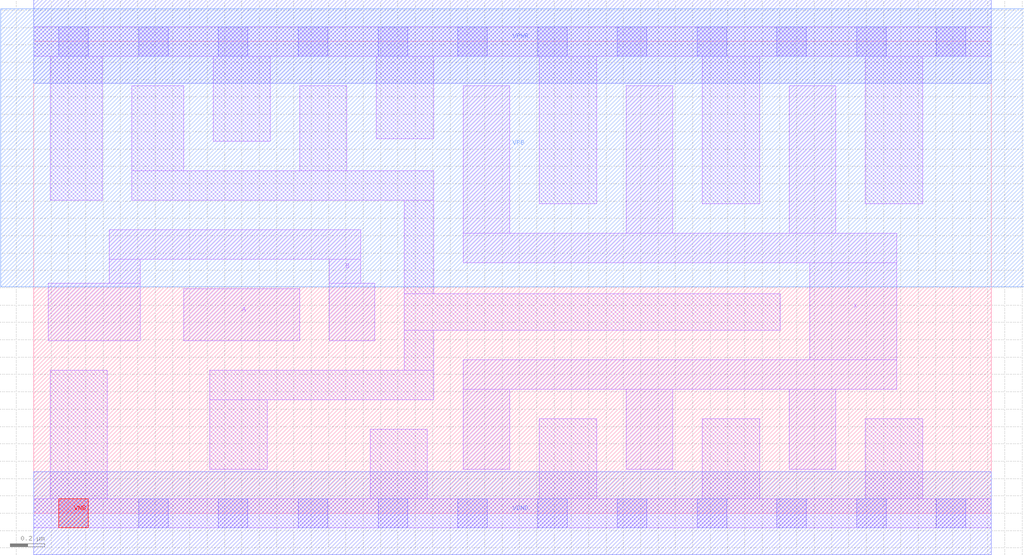
<source format=lef>
# Copyright 2020 The SkyWater PDK Authors
#
# Licensed under the Apache License, Version 2.0 (the "License");
# you may not use this file except in compliance with the License.
# You may obtain a copy of the License at
#
#     https://www.apache.org/licenses/LICENSE-2.0
#
# Unless required by applicable law or agreed to in writing, software
# distributed under the License is distributed on an "AS IS" BASIS,
# WITHOUT WARRANTIES OR CONDITIONS OF ANY KIND, either express or implied.
# See the License for the specific language governing permissions and
# limitations under the License.
#
# SPDX-License-Identifier: Apache-2.0

VERSION 5.7 ;
  NOWIREEXTENSIONATPIN ON ;
  DIVIDERCHAR "/" ;
  BUSBITCHARS "[]" ;
PROPERTYDEFINITIONS
  MACRO maskLayoutSubType STRING ;
  MACRO prCellType STRING ;
  MACRO originalViewName STRING ;
END PROPERTYDEFINITIONS
MACRO sky130_fd_sc_hdll__and2_6
  CLASS CORE ;
  FOREIGN sky130_fd_sc_hdll__and2_6 ;
  ORIGIN  0.000000  0.000000 ;
  SIZE  5.520000 BY  2.720000 ;
  SYMMETRY X Y R90 ;
  SITE unithd ;
  PIN A
    ANTENNAGATEAREA  0.555000 ;
    DIRECTION INPUT ;
    USE SIGNAL ;
    PORT
      LAYER li1 ;
        RECT 0.865000 0.995000 1.535000 1.295000 ;
    END
  END A
  PIN B
    ANTENNAGATEAREA  0.555000 ;
    DIRECTION INPUT ;
    USE SIGNAL ;
    PORT
      LAYER li1 ;
        RECT 0.085000 0.995000 0.615000 1.325000 ;
        RECT 0.435000 1.325000 0.615000 1.465000 ;
        RECT 0.435000 1.465000 1.885000 1.635000 ;
        RECT 1.705000 0.995000 1.965000 1.325000 ;
        RECT 1.705000 1.325000 1.885000 1.465000 ;
    END
  END B
  PIN VNB
    PORT
      LAYER pwell ;
        RECT 0.145000 -0.085000 0.315000 0.085000 ;
    END
  END VNB
  PIN VPB
    PORT
      LAYER nwell ;
        RECT -0.190000 1.305000 5.710000 2.910000 ;
    END
  END VPB
  PIN X
    ANTENNADIFFAREA  1.396500 ;
    DIRECTION OUTPUT ;
    USE SIGNAL ;
    PORT
      LAYER li1 ;
        RECT 2.475000 0.255000 2.745000 0.715000 ;
        RECT 2.475000 0.715000 4.975000 0.885000 ;
        RECT 2.475000 1.445000 4.975000 1.615000 ;
        RECT 2.475000 1.615000 2.745000 2.465000 ;
        RECT 3.415000 0.255000 3.685000 0.715000 ;
        RECT 3.415000 1.615000 3.685000 2.465000 ;
        RECT 4.355000 0.255000 4.625000 0.715000 ;
        RECT 4.355000 1.615000 4.625000 2.465000 ;
        RECT 4.475000 0.885000 4.975000 1.445000 ;
    END
  END X
  PIN VGND
    DIRECTION INOUT ;
    USE GROUND ;
    PORT
      LAYER met1 ;
        RECT 0.000000 -0.240000 5.520000 0.240000 ;
    END
  END VGND
  PIN VPWR
    DIRECTION INOUT ;
    USE POWER ;
    PORT
      LAYER met1 ;
        RECT 0.000000 2.480000 5.520000 2.960000 ;
    END
  END VPWR
  OBS
    LAYER li1 ;
      RECT 0.000000 -0.085000 5.520000 0.085000 ;
      RECT 0.000000  2.635000 5.520000 2.805000 ;
      RECT 0.095000  0.085000 0.425000 0.825000 ;
      RECT 0.095000  1.805000 0.395000 2.635000 ;
      RECT 0.565000  1.805000 2.305000 1.975000 ;
      RECT 0.565000  1.975000 0.865000 2.465000 ;
      RECT 1.015000  0.255000 1.345000 0.655000 ;
      RECT 1.015000  0.655000 2.305000 0.825000 ;
      RECT 1.035000  2.145000 1.365000 2.635000 ;
      RECT 1.535000  1.975000 1.805000 2.465000 ;
      RECT 1.940000  0.085000 2.270000 0.485000 ;
      RECT 1.975000  2.160000 2.305000 2.635000 ;
      RECT 2.135000  0.825000 2.305000 1.055000 ;
      RECT 2.135000  1.055000 4.305000 1.265000 ;
      RECT 2.135000  1.265000 2.305000 1.805000 ;
      RECT 2.915000  0.085000 3.245000 0.545000 ;
      RECT 2.915000  1.785000 3.245000 2.635000 ;
      RECT 3.855000  0.085000 4.185000 0.545000 ;
      RECT 3.855000  1.785000 4.185000 2.635000 ;
      RECT 4.795000  0.085000 5.125000 0.545000 ;
      RECT 4.795000  1.785000 5.125000 2.635000 ;
    LAYER mcon ;
      RECT 0.145000 -0.085000 0.315000 0.085000 ;
      RECT 0.145000  2.635000 0.315000 2.805000 ;
      RECT 0.605000 -0.085000 0.775000 0.085000 ;
      RECT 0.605000  2.635000 0.775000 2.805000 ;
      RECT 1.065000 -0.085000 1.235000 0.085000 ;
      RECT 1.065000  2.635000 1.235000 2.805000 ;
      RECT 1.525000 -0.085000 1.695000 0.085000 ;
      RECT 1.525000  2.635000 1.695000 2.805000 ;
      RECT 1.985000 -0.085000 2.155000 0.085000 ;
      RECT 1.985000  2.635000 2.155000 2.805000 ;
      RECT 2.445000 -0.085000 2.615000 0.085000 ;
      RECT 2.445000  2.635000 2.615000 2.805000 ;
      RECT 2.905000 -0.085000 3.075000 0.085000 ;
      RECT 2.905000  2.635000 3.075000 2.805000 ;
      RECT 3.365000 -0.085000 3.535000 0.085000 ;
      RECT 3.365000  2.635000 3.535000 2.805000 ;
      RECT 3.825000 -0.085000 3.995000 0.085000 ;
      RECT 3.825000  2.635000 3.995000 2.805000 ;
      RECT 4.285000 -0.085000 4.455000 0.085000 ;
      RECT 4.285000  2.635000 4.455000 2.805000 ;
      RECT 4.745000 -0.085000 4.915000 0.085000 ;
      RECT 4.745000  2.635000 4.915000 2.805000 ;
      RECT 5.205000 -0.085000 5.375000 0.085000 ;
      RECT 5.205000  2.635000 5.375000 2.805000 ;
  END
  PROPERTY maskLayoutSubType "abstract" ;
  PROPERTY prCellType "standard" ;
  PROPERTY originalViewName "layout" ;
END sky130_fd_sc_hdll__and2_6
END LIBRARY

</source>
